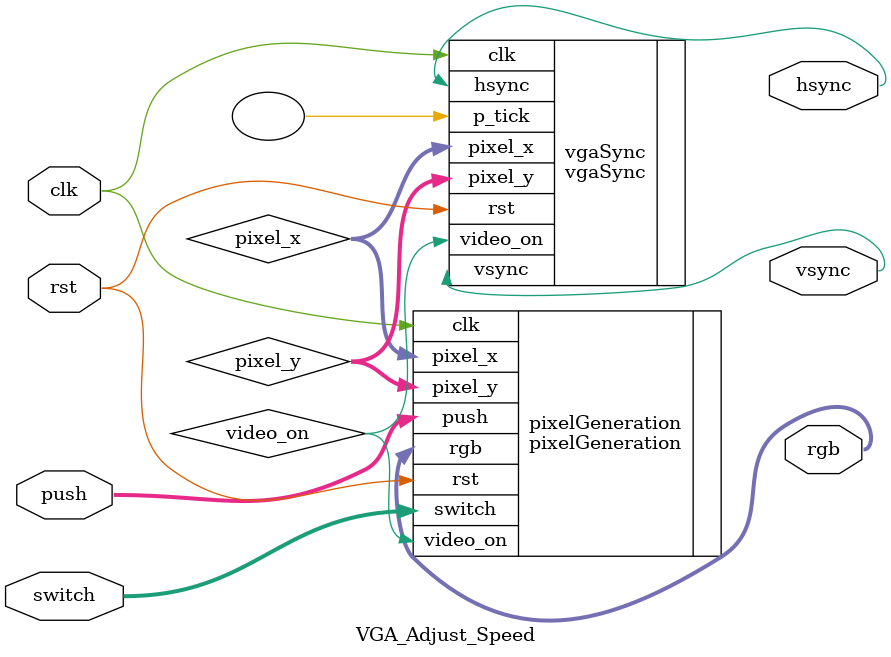
<source format=v>
module VGA_Adjust_Speed(clk, rst, push, switch,	hsync, vsync, rgb);

input clk, rst;
input [1:0] push; 
input [2:0] switch;
output hsync, vsync;
output [2:0] rgb;

wire video_on;
wire [9:0] pixel_x, pixel_y;

// instantiate vgaSync and pixelGeneration circuit
//debounce debounce (.rst(rst), .clk(clk), .noisy(push), .clean(pushDB));
vgaSync vgaSync(.clk(clk), .rst(rst), .hsync(hsync), .vsync(vsync), .video_on(video_on), .p_tick(), .pixel_x(pixel_x), .pixel_y(pixel_y));

pixelGeneration pixelGeneration(.clk(clk), .rst(rst), .push(push), .switch(switch), .pixel_x(pixel_x), .pixel_y(pixel_y), .video_on(video_on), .rgb(rgb));

endmodule

</source>
